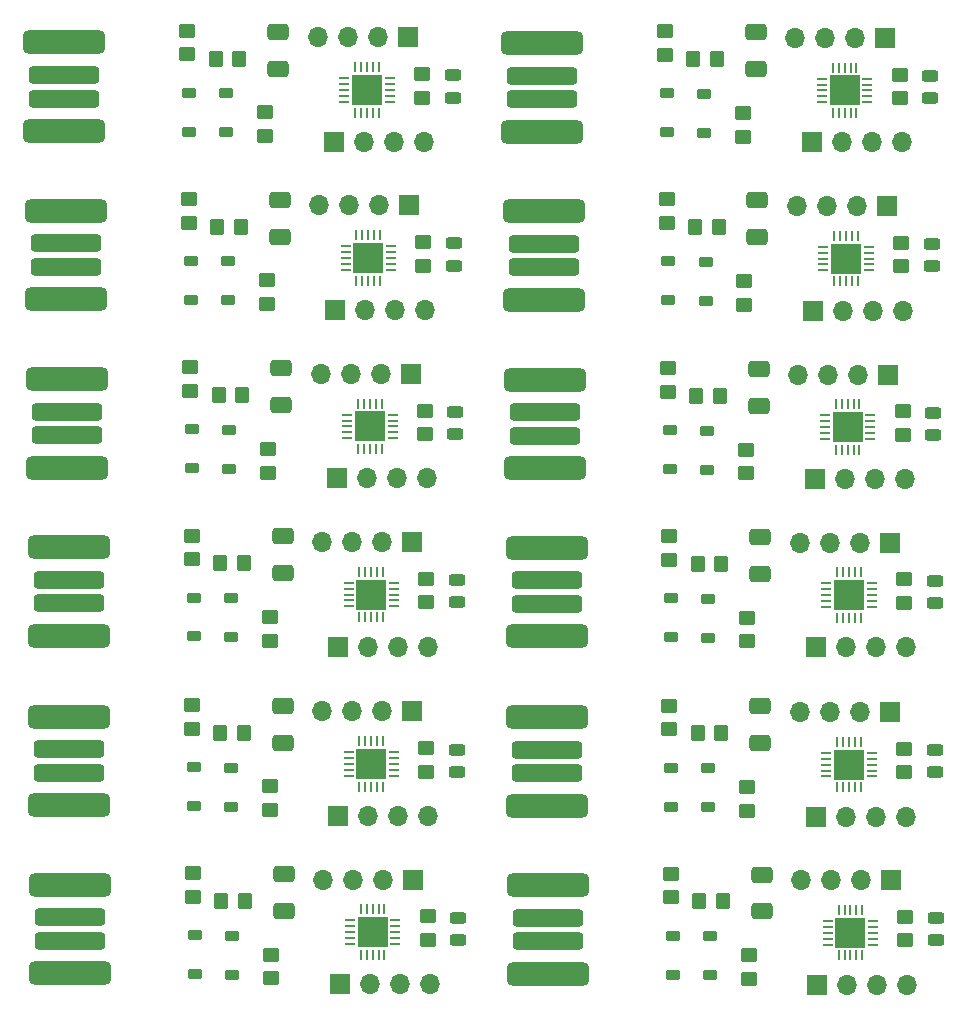
<source format=gbr>
%TF.GenerationSoftware,KiCad,Pcbnew,7.0.1*%
%TF.CreationDate,2023-04-10T19:00:45+03:00*%
%TF.ProjectId,Attiny_USB_panel,41747469-6e79-45f5-9553-425f70616e65,rev?*%
%TF.SameCoordinates,Original*%
%TF.FileFunction,Soldermask,Top*%
%TF.FilePolarity,Negative*%
%FSLAX46Y46*%
G04 Gerber Fmt 4.6, Leading zero omitted, Abs format (unit mm)*
G04 Created by KiCad (PCBNEW 7.0.1) date 2023-04-10 19:00:45*
%MOMM*%
%LPD*%
G01*
G04 APERTURE LIST*
G04 Aperture macros list*
%AMRoundRect*
0 Rectangle with rounded corners*
0 $1 Rounding radius*
0 $2 $3 $4 $5 $6 $7 $8 $9 X,Y pos of 4 corners*
0 Add a 4 corners polygon primitive as box body*
4,1,4,$2,$3,$4,$5,$6,$7,$8,$9,$2,$3,0*
0 Add four circle primitives for the rounded corners*
1,1,$1+$1,$2,$3*
1,1,$1+$1,$4,$5*
1,1,$1+$1,$6,$7*
1,1,$1+$1,$8,$9*
0 Add four rect primitives between the rounded corners*
20,1,$1+$1,$2,$3,$4,$5,0*
20,1,$1+$1,$4,$5,$6,$7,0*
20,1,$1+$1,$6,$7,$8,$9,0*
20,1,$1+$1,$8,$9,$2,$3,0*%
G04 Aperture macros list end*
%ADD10RoundRect,0.250000X0.350000X0.450000X-0.350000X0.450000X-0.350000X-0.450000X0.350000X-0.450000X0*%
%ADD11RoundRect,0.225000X-0.375000X0.225000X-0.375000X-0.225000X0.375000X-0.225000X0.375000X0.225000X0*%
%ADD12R,1.700000X1.700000*%
%ADD13O,1.700000X1.700000*%
%ADD14RoundRect,0.250000X-0.450000X0.350000X-0.450000X-0.350000X0.450000X-0.350000X0.450000X0.350000X0*%
%ADD15RoundRect,0.500000X-3.000000X-0.500000X3.000000X-0.500000X3.000000X0.500000X-3.000000X0.500000X0*%
%ADD16RoundRect,0.375000X-2.625000X-0.375000X2.625000X-0.375000X2.625000X0.375000X-2.625000X0.375000X0*%
%ADD17RoundRect,0.250000X0.450000X-0.350000X0.450000X0.350000X-0.450000X0.350000X-0.450000X-0.350000X0*%
%ADD18RoundRect,0.062500X0.062500X-0.362500X0.062500X0.362500X-0.062500X0.362500X-0.062500X-0.362500X0*%
%ADD19RoundRect,0.062500X0.362500X-0.062500X0.362500X0.062500X-0.362500X0.062500X-0.362500X-0.062500X0*%
%ADD20R,2.600000X2.600000*%
%ADD21RoundRect,0.243750X-0.456250X0.243750X-0.456250X-0.243750X0.456250X-0.243750X0.456250X0.243750X0*%
%ADD22RoundRect,0.250000X-0.650000X0.412500X-0.650000X-0.412500X0.650000X-0.412500X0.650000X0.412500X0*%
G04 APERTURE END LIST*
D10*
%TO.C,R2*%
X133260000Y-46440000D03*
X131260000Y-46440000D03*
%TD*%
D11*
%TO.C,D1*%
X129010000Y-49340000D03*
X129010000Y-52640000D03*
%TD*%
D12*
%TO.C,J1*%
X147510000Y-44640000D03*
D13*
X144970000Y-44640000D03*
X142430000Y-44640000D03*
X139890000Y-44640000D03*
%TD*%
D14*
%TO.C,R4*%
X128860000Y-44090000D03*
X128860000Y-46090000D03*
%TD*%
D15*
%TO.C,U2*%
X159017500Y-59357500D03*
D16*
X159017500Y-62107500D03*
X159017500Y-64107500D03*
D15*
X159017500Y-66857500D03*
%TD*%
D14*
%TO.C,R3*%
X189280000Y-62020000D03*
X189280000Y-64020000D03*
%TD*%
D12*
%TO.C,J2*%
X141260000Y-53490000D03*
D13*
X143800000Y-53490000D03*
X146340000Y-53490000D03*
X148880000Y-53490000D03*
%TD*%
D17*
%TO.C,R1*%
X135460000Y-52990000D03*
X135460000Y-50990000D03*
%TD*%
D18*
%TO.C,U1*%
X183630000Y-65295000D03*
X184130000Y-65295000D03*
X184630000Y-65295000D03*
X185130000Y-65295000D03*
X185630000Y-65295000D03*
D19*
X186555000Y-64370000D03*
X186555000Y-63870000D03*
X186555000Y-63370000D03*
X186555000Y-62870000D03*
X186555000Y-62370000D03*
D18*
X185630000Y-61445000D03*
X185130000Y-61445000D03*
X184630000Y-61445000D03*
X184130000Y-61445000D03*
X183630000Y-61445000D03*
D19*
X182705000Y-62370000D03*
X182705000Y-62870000D03*
X182705000Y-63370000D03*
X182705000Y-63870000D03*
X182705000Y-64370000D03*
D20*
X184630000Y-63370000D03*
%TD*%
D21*
%TO.C,D3*%
X151310000Y-47865000D03*
X151310000Y-49740000D03*
%TD*%
D17*
%TO.C,R1*%
X176030000Y-67270000D03*
X176030000Y-65270000D03*
%TD*%
D15*
%TO.C,U2*%
X158897500Y-45127500D03*
D16*
X158897500Y-47877500D03*
X158897500Y-49877500D03*
D15*
X158897500Y-52627500D03*
%TD*%
D14*
%TO.C,R4*%
X169310000Y-44140000D03*
X169310000Y-46140000D03*
%TD*%
D11*
%TO.C,D1*%
X169580000Y-63620000D03*
X169580000Y-66920000D03*
%TD*%
D14*
%TO.C,R3*%
X189160000Y-47790000D03*
X189160000Y-49790000D03*
%TD*%
D11*
%TO.C,D2*%
X132160000Y-49390000D03*
X132160000Y-52690000D03*
%TD*%
D12*
%TO.C,J2*%
X141380000Y-67720000D03*
D13*
X143920000Y-67720000D03*
X146460000Y-67720000D03*
X149000000Y-67720000D03*
%TD*%
D17*
%TO.C,R1*%
X135580000Y-67220000D03*
X135580000Y-65220000D03*
%TD*%
D10*
%TO.C,R2*%
X133380000Y-60670000D03*
X131380000Y-60670000D03*
%TD*%
D11*
%TO.C,D1*%
X129130000Y-63570000D03*
X129130000Y-66870000D03*
%TD*%
D21*
%TO.C,D3*%
X151430000Y-62095000D03*
X151430000Y-63970000D03*
%TD*%
D18*
%TO.C,U1*%
X143180000Y-65245000D03*
X143680000Y-65245000D03*
X144180000Y-65245000D03*
X144680000Y-65245000D03*
X145180000Y-65245000D03*
D19*
X146105000Y-64320000D03*
X146105000Y-63820000D03*
X146105000Y-63320000D03*
X146105000Y-62820000D03*
X146105000Y-62320000D03*
D18*
X145180000Y-61395000D03*
X144680000Y-61395000D03*
X144180000Y-61395000D03*
X143680000Y-61395000D03*
X143180000Y-61395000D03*
D19*
X142255000Y-62320000D03*
X142255000Y-62820000D03*
X142255000Y-63320000D03*
X142255000Y-63820000D03*
X142255000Y-64320000D03*
D20*
X144180000Y-63320000D03*
%TD*%
D14*
%TO.C,R3*%
X148830000Y-61970000D03*
X148830000Y-63970000D03*
%TD*%
D11*
%TO.C,D2*%
X132280000Y-63620000D03*
X132280000Y-66920000D03*
%TD*%
D12*
%TO.C,J1*%
X147630000Y-58870000D03*
D13*
X145090000Y-58870000D03*
X142550000Y-58870000D03*
X140010000Y-58870000D03*
%TD*%
D14*
%TO.C,R4*%
X128980000Y-58320000D03*
X128980000Y-60320000D03*
%TD*%
D22*
%TO.C,C1*%
X136680000Y-58395000D03*
X136680000Y-61520000D03*
%TD*%
D15*
%TO.C,U2*%
X118567500Y-59307500D03*
D16*
X118567500Y-62057500D03*
X118567500Y-64057500D03*
D15*
X118567500Y-66807500D03*
%TD*%
D22*
%TO.C,C1*%
X177130000Y-58445000D03*
X177130000Y-61570000D03*
%TD*%
D12*
%TO.C,J1*%
X188080000Y-58920000D03*
D13*
X185540000Y-58920000D03*
X183000000Y-58920000D03*
X180460000Y-58920000D03*
%TD*%
D21*
%TO.C,D3*%
X191760000Y-47915000D03*
X191760000Y-49790000D03*
%TD*%
D12*
%TO.C,J2*%
X181710000Y-53540000D03*
D13*
X184250000Y-53540000D03*
X186790000Y-53540000D03*
X189330000Y-53540000D03*
%TD*%
D11*
%TO.C,D1*%
X169460000Y-49390000D03*
X169460000Y-52690000D03*
%TD*%
D18*
%TO.C,U1*%
X183510000Y-51065000D03*
X184010000Y-51065000D03*
X184510000Y-51065000D03*
X185010000Y-51065000D03*
X185510000Y-51065000D03*
D19*
X186435000Y-50140000D03*
X186435000Y-49640000D03*
X186435000Y-49140000D03*
X186435000Y-48640000D03*
X186435000Y-48140000D03*
D18*
X185510000Y-47215000D03*
X185010000Y-47215000D03*
X184510000Y-47215000D03*
X184010000Y-47215000D03*
X183510000Y-47215000D03*
D19*
X182585000Y-48140000D03*
X182585000Y-48640000D03*
X182585000Y-49140000D03*
X182585000Y-49640000D03*
X182585000Y-50140000D03*
D20*
X184510000Y-49140000D03*
%TD*%
D10*
%TO.C,R2*%
X173830000Y-60720000D03*
X171830000Y-60720000D03*
%TD*%
D11*
%TO.C,D2*%
X172730000Y-63670000D03*
X172730000Y-66970000D03*
%TD*%
D12*
%TO.C,J1*%
X187960000Y-44690000D03*
D13*
X185420000Y-44690000D03*
X182880000Y-44690000D03*
X180340000Y-44690000D03*
%TD*%
D11*
%TO.C,D2*%
X172610000Y-49440000D03*
X172610000Y-52740000D03*
%TD*%
D10*
%TO.C,R2*%
X173710000Y-46490000D03*
X171710000Y-46490000D03*
%TD*%
D17*
%TO.C,R1*%
X175910000Y-53040000D03*
X175910000Y-51040000D03*
%TD*%
D22*
%TO.C,C1*%
X136560000Y-44165000D03*
X136560000Y-47290000D03*
%TD*%
D15*
%TO.C,U2*%
X118447500Y-45077500D03*
D16*
X118447500Y-47827500D03*
X118447500Y-49827500D03*
D15*
X118447500Y-52577500D03*
%TD*%
D12*
%TO.C,J2*%
X181830000Y-67770000D03*
D13*
X184370000Y-67770000D03*
X186910000Y-67770000D03*
X189450000Y-67770000D03*
%TD*%
D21*
%TO.C,D3*%
X191880000Y-62145000D03*
X191880000Y-64020000D03*
%TD*%
D14*
%TO.C,R4*%
X169430000Y-58370000D03*
X169430000Y-60370000D03*
%TD*%
D22*
%TO.C,C1*%
X177010000Y-44215000D03*
X177010000Y-47340000D03*
%TD*%
D18*
%TO.C,U1*%
X143060000Y-51015000D03*
X143560000Y-51015000D03*
X144060000Y-51015000D03*
X144560000Y-51015000D03*
X145060000Y-51015000D03*
D19*
X145985000Y-50090000D03*
X145985000Y-49590000D03*
X145985000Y-49090000D03*
X145985000Y-48590000D03*
X145985000Y-48090000D03*
D18*
X145060000Y-47165000D03*
X144560000Y-47165000D03*
X144060000Y-47165000D03*
X143560000Y-47165000D03*
X143060000Y-47165000D03*
D19*
X142135000Y-48090000D03*
X142135000Y-48590000D03*
X142135000Y-49090000D03*
X142135000Y-49590000D03*
X142135000Y-50090000D03*
D20*
X144060000Y-49090000D03*
%TD*%
D14*
%TO.C,R3*%
X148710000Y-47740000D03*
X148710000Y-49740000D03*
%TD*%
D10*
%TO.C,R2*%
X133510000Y-74940000D03*
X131510000Y-74940000D03*
%TD*%
D11*
%TO.C,D1*%
X129260000Y-77840000D03*
X129260000Y-81140000D03*
%TD*%
D12*
%TO.C,J1*%
X147760000Y-73140000D03*
D13*
X145220000Y-73140000D03*
X142680000Y-73140000D03*
X140140000Y-73140000D03*
%TD*%
D14*
%TO.C,R4*%
X129110000Y-72590000D03*
X129110000Y-74590000D03*
%TD*%
D15*
%TO.C,U2*%
X159267500Y-87857500D03*
D16*
X159267500Y-90607500D03*
X159267500Y-92607500D03*
D15*
X159267500Y-95357500D03*
%TD*%
D14*
%TO.C,R3*%
X189530000Y-90520000D03*
X189530000Y-92520000D03*
%TD*%
D12*
%TO.C,J2*%
X141510000Y-81990000D03*
D13*
X144050000Y-81990000D03*
X146590000Y-81990000D03*
X149130000Y-81990000D03*
%TD*%
D17*
%TO.C,R1*%
X135710000Y-81490000D03*
X135710000Y-79490000D03*
%TD*%
D18*
%TO.C,U1*%
X183880000Y-93795000D03*
X184380000Y-93795000D03*
X184880000Y-93795000D03*
X185380000Y-93795000D03*
X185880000Y-93795000D03*
D19*
X186805000Y-92870000D03*
X186805000Y-92370000D03*
X186805000Y-91870000D03*
X186805000Y-91370000D03*
X186805000Y-90870000D03*
D18*
X185880000Y-89945000D03*
X185380000Y-89945000D03*
X184880000Y-89945000D03*
X184380000Y-89945000D03*
X183880000Y-89945000D03*
D19*
X182955000Y-90870000D03*
X182955000Y-91370000D03*
X182955000Y-91870000D03*
X182955000Y-92370000D03*
X182955000Y-92870000D03*
D20*
X184880000Y-91870000D03*
%TD*%
D21*
%TO.C,D3*%
X151560000Y-76365000D03*
X151560000Y-78240000D03*
%TD*%
D17*
%TO.C,R1*%
X176280000Y-95770000D03*
X176280000Y-93770000D03*
%TD*%
D15*
%TO.C,U2*%
X159147500Y-73627500D03*
D16*
X159147500Y-76377500D03*
X159147500Y-78377500D03*
D15*
X159147500Y-81127500D03*
%TD*%
D14*
%TO.C,R4*%
X169560000Y-72640000D03*
X169560000Y-74640000D03*
%TD*%
D11*
%TO.C,D1*%
X169830000Y-92120000D03*
X169830000Y-95420000D03*
%TD*%
D14*
%TO.C,R3*%
X189410000Y-76290000D03*
X189410000Y-78290000D03*
%TD*%
D11*
%TO.C,D2*%
X132410000Y-77890000D03*
X132410000Y-81190000D03*
%TD*%
D12*
%TO.C,J2*%
X141630000Y-96220000D03*
D13*
X144170000Y-96220000D03*
X146710000Y-96220000D03*
X149250000Y-96220000D03*
%TD*%
D17*
%TO.C,R1*%
X135830000Y-95720000D03*
X135830000Y-93720000D03*
%TD*%
D10*
%TO.C,R2*%
X133630000Y-89170000D03*
X131630000Y-89170000D03*
%TD*%
D11*
%TO.C,D1*%
X129380000Y-92070000D03*
X129380000Y-95370000D03*
%TD*%
D21*
%TO.C,D3*%
X151680000Y-90595000D03*
X151680000Y-92470000D03*
%TD*%
D18*
%TO.C,U1*%
X143430000Y-93745000D03*
X143930000Y-93745000D03*
X144430000Y-93745000D03*
X144930000Y-93745000D03*
X145430000Y-93745000D03*
D19*
X146355000Y-92820000D03*
X146355000Y-92320000D03*
X146355000Y-91820000D03*
X146355000Y-91320000D03*
X146355000Y-90820000D03*
D18*
X145430000Y-89895000D03*
X144930000Y-89895000D03*
X144430000Y-89895000D03*
X143930000Y-89895000D03*
X143430000Y-89895000D03*
D19*
X142505000Y-90820000D03*
X142505000Y-91320000D03*
X142505000Y-91820000D03*
X142505000Y-92320000D03*
X142505000Y-92820000D03*
D20*
X144430000Y-91820000D03*
%TD*%
D14*
%TO.C,R3*%
X149080000Y-90470000D03*
X149080000Y-92470000D03*
%TD*%
D11*
%TO.C,D2*%
X132530000Y-92120000D03*
X132530000Y-95420000D03*
%TD*%
D12*
%TO.C,J1*%
X147880000Y-87370000D03*
D13*
X145340000Y-87370000D03*
X142800000Y-87370000D03*
X140260000Y-87370000D03*
%TD*%
D14*
%TO.C,R4*%
X129230000Y-86820000D03*
X129230000Y-88820000D03*
%TD*%
D22*
%TO.C,C1*%
X136930000Y-86895000D03*
X136930000Y-90020000D03*
%TD*%
D15*
%TO.C,U2*%
X118817500Y-87807500D03*
D16*
X118817500Y-90557500D03*
X118817500Y-92557500D03*
D15*
X118817500Y-95307500D03*
%TD*%
D22*
%TO.C,C1*%
X177380000Y-86945000D03*
X177380000Y-90070000D03*
%TD*%
D12*
%TO.C,J1*%
X188330000Y-87420000D03*
D13*
X185790000Y-87420000D03*
X183250000Y-87420000D03*
X180710000Y-87420000D03*
%TD*%
D21*
%TO.C,D3*%
X192010000Y-76415000D03*
X192010000Y-78290000D03*
%TD*%
D12*
%TO.C,J2*%
X181960000Y-82040000D03*
D13*
X184500000Y-82040000D03*
X187040000Y-82040000D03*
X189580000Y-82040000D03*
%TD*%
D11*
%TO.C,D1*%
X169710000Y-77890000D03*
X169710000Y-81190000D03*
%TD*%
D18*
%TO.C,U1*%
X183760000Y-79565000D03*
X184260000Y-79565000D03*
X184760000Y-79565000D03*
X185260000Y-79565000D03*
X185760000Y-79565000D03*
D19*
X186685000Y-78640000D03*
X186685000Y-78140000D03*
X186685000Y-77640000D03*
X186685000Y-77140000D03*
X186685000Y-76640000D03*
D18*
X185760000Y-75715000D03*
X185260000Y-75715000D03*
X184760000Y-75715000D03*
X184260000Y-75715000D03*
X183760000Y-75715000D03*
D19*
X182835000Y-76640000D03*
X182835000Y-77140000D03*
X182835000Y-77640000D03*
X182835000Y-78140000D03*
X182835000Y-78640000D03*
D20*
X184760000Y-77640000D03*
%TD*%
D10*
%TO.C,R2*%
X174080000Y-89220000D03*
X172080000Y-89220000D03*
%TD*%
D11*
%TO.C,D2*%
X172980000Y-92170000D03*
X172980000Y-95470000D03*
%TD*%
D12*
%TO.C,J1*%
X188210000Y-73190000D03*
D13*
X185670000Y-73190000D03*
X183130000Y-73190000D03*
X180590000Y-73190000D03*
%TD*%
D11*
%TO.C,D2*%
X172860000Y-77940000D03*
X172860000Y-81240000D03*
%TD*%
D10*
%TO.C,R2*%
X173960000Y-74990000D03*
X171960000Y-74990000D03*
%TD*%
D17*
%TO.C,R1*%
X176160000Y-81540000D03*
X176160000Y-79540000D03*
%TD*%
D22*
%TO.C,C1*%
X136810000Y-72665000D03*
X136810000Y-75790000D03*
%TD*%
D15*
%TO.C,U2*%
X118697500Y-73577500D03*
D16*
X118697500Y-76327500D03*
X118697500Y-78327500D03*
D15*
X118697500Y-81077500D03*
%TD*%
D12*
%TO.C,J2*%
X182080000Y-96270000D03*
D13*
X184620000Y-96270000D03*
X187160000Y-96270000D03*
X189700000Y-96270000D03*
%TD*%
D21*
%TO.C,D3*%
X192130000Y-90645000D03*
X192130000Y-92520000D03*
%TD*%
D14*
%TO.C,R4*%
X169680000Y-86870000D03*
X169680000Y-88870000D03*
%TD*%
D22*
%TO.C,C1*%
X177260000Y-72715000D03*
X177260000Y-75840000D03*
%TD*%
D18*
%TO.C,U1*%
X143310000Y-79515000D03*
X143810000Y-79515000D03*
X144310000Y-79515000D03*
X144810000Y-79515000D03*
X145310000Y-79515000D03*
D19*
X146235000Y-78590000D03*
X146235000Y-78090000D03*
X146235000Y-77590000D03*
X146235000Y-77090000D03*
X146235000Y-76590000D03*
D18*
X145310000Y-75665000D03*
X144810000Y-75665000D03*
X144310000Y-75665000D03*
X143810000Y-75665000D03*
X143310000Y-75665000D03*
D19*
X142385000Y-76590000D03*
X142385000Y-77090000D03*
X142385000Y-77590000D03*
X142385000Y-78090000D03*
X142385000Y-78590000D03*
D20*
X144310000Y-77590000D03*
%TD*%
D14*
%TO.C,R3*%
X148960000Y-76240000D03*
X148960000Y-78240000D03*
%TD*%
D15*
%TO.C,U2*%
X159267500Y-102207500D03*
D16*
X159267500Y-104957500D03*
X159267500Y-106957500D03*
D15*
X159267500Y-109707500D03*
%TD*%
D14*
%TO.C,R3*%
X189530000Y-104870000D03*
X189530000Y-106870000D03*
%TD*%
D18*
%TO.C,U1*%
X183880000Y-108145000D03*
X184380000Y-108145000D03*
X184880000Y-108145000D03*
X185380000Y-108145000D03*
X185880000Y-108145000D03*
D19*
X186805000Y-107220000D03*
X186805000Y-106720000D03*
X186805000Y-106220000D03*
X186805000Y-105720000D03*
X186805000Y-105220000D03*
D18*
X185880000Y-104295000D03*
X185380000Y-104295000D03*
X184880000Y-104295000D03*
X184380000Y-104295000D03*
X183880000Y-104295000D03*
D19*
X182955000Y-105220000D03*
X182955000Y-105720000D03*
X182955000Y-106220000D03*
X182955000Y-106720000D03*
X182955000Y-107220000D03*
D20*
X184880000Y-106220000D03*
%TD*%
D17*
%TO.C,R1*%
X176280000Y-110120000D03*
X176280000Y-108120000D03*
%TD*%
D11*
%TO.C,D1*%
X169830000Y-106470000D03*
X169830000Y-109770000D03*
%TD*%
D12*
%TO.C,J2*%
X141630000Y-110570000D03*
D13*
X144170000Y-110570000D03*
X146710000Y-110570000D03*
X149250000Y-110570000D03*
%TD*%
D17*
%TO.C,R1*%
X135830000Y-110070000D03*
X135830000Y-108070000D03*
%TD*%
D10*
%TO.C,R2*%
X133630000Y-103520000D03*
X131630000Y-103520000D03*
%TD*%
D11*
%TO.C,D1*%
X129380000Y-106420000D03*
X129380000Y-109720000D03*
%TD*%
D21*
%TO.C,D3*%
X151680000Y-104945000D03*
X151680000Y-106820000D03*
%TD*%
D18*
%TO.C,U1*%
X143430000Y-108095000D03*
X143930000Y-108095000D03*
X144430000Y-108095000D03*
X144930000Y-108095000D03*
X145430000Y-108095000D03*
D19*
X146355000Y-107170000D03*
X146355000Y-106670000D03*
X146355000Y-106170000D03*
X146355000Y-105670000D03*
X146355000Y-105170000D03*
D18*
X145430000Y-104245000D03*
X144930000Y-104245000D03*
X144430000Y-104245000D03*
X143930000Y-104245000D03*
X143430000Y-104245000D03*
D19*
X142505000Y-105170000D03*
X142505000Y-105670000D03*
X142505000Y-106170000D03*
X142505000Y-106670000D03*
X142505000Y-107170000D03*
D20*
X144430000Y-106170000D03*
%TD*%
D14*
%TO.C,R3*%
X149080000Y-104820000D03*
X149080000Y-106820000D03*
%TD*%
D11*
%TO.C,D2*%
X132530000Y-106470000D03*
X132530000Y-109770000D03*
%TD*%
D12*
%TO.C,J1*%
X147880000Y-101720000D03*
D13*
X145340000Y-101720000D03*
X142800000Y-101720000D03*
X140260000Y-101720000D03*
%TD*%
D14*
%TO.C,R4*%
X129230000Y-101170000D03*
X129230000Y-103170000D03*
%TD*%
D22*
%TO.C,C1*%
X136930000Y-101245000D03*
X136930000Y-104370000D03*
%TD*%
D15*
%TO.C,U2*%
X118817500Y-102157500D03*
D16*
X118817500Y-104907500D03*
X118817500Y-106907500D03*
D15*
X118817500Y-109657500D03*
%TD*%
D22*
%TO.C,C1*%
X177380000Y-101295000D03*
X177380000Y-104420000D03*
%TD*%
D12*
%TO.C,J1*%
X188330000Y-101770000D03*
D13*
X185790000Y-101770000D03*
X183250000Y-101770000D03*
X180710000Y-101770000D03*
%TD*%
D10*
%TO.C,R2*%
X174080000Y-103570000D03*
X172080000Y-103570000D03*
%TD*%
D11*
%TO.C,D2*%
X172980000Y-106520000D03*
X172980000Y-109820000D03*
%TD*%
D12*
%TO.C,J2*%
X182080000Y-110620000D03*
D13*
X184620000Y-110620000D03*
X187160000Y-110620000D03*
X189700000Y-110620000D03*
%TD*%
D21*
%TO.C,D3*%
X192130000Y-104995000D03*
X192130000Y-106870000D03*
%TD*%
D14*
%TO.C,R4*%
X169680000Y-101220000D03*
X169680000Y-103220000D03*
%TD*%
D12*
%TO.C,J2*%
X182200000Y-124850000D03*
D13*
X184740000Y-124850000D03*
X187280000Y-124850000D03*
X189820000Y-124850000D03*
%TD*%
D17*
%TO.C,R1*%
X176400000Y-124350000D03*
X176400000Y-122350000D03*
%TD*%
D10*
%TO.C,R2*%
X174200000Y-117800000D03*
X172200000Y-117800000D03*
%TD*%
D11*
%TO.C,D1*%
X169950000Y-120700000D03*
X169950000Y-124000000D03*
%TD*%
D21*
%TO.C,D3*%
X192250000Y-119225000D03*
X192250000Y-121100000D03*
%TD*%
D18*
%TO.C,U1*%
X184000000Y-122375000D03*
X184500000Y-122375000D03*
X185000000Y-122375000D03*
X185500000Y-122375000D03*
X186000000Y-122375000D03*
D19*
X186925000Y-121450000D03*
X186925000Y-120950000D03*
X186925000Y-120450000D03*
X186925000Y-119950000D03*
X186925000Y-119450000D03*
D18*
X186000000Y-118525000D03*
X185500000Y-118525000D03*
X185000000Y-118525000D03*
X184500000Y-118525000D03*
X184000000Y-118525000D03*
D19*
X183075000Y-119450000D03*
X183075000Y-119950000D03*
X183075000Y-120450000D03*
X183075000Y-120950000D03*
X183075000Y-121450000D03*
D20*
X185000000Y-120450000D03*
%TD*%
D14*
%TO.C,R3*%
X189650000Y-119100000D03*
X189650000Y-121100000D03*
%TD*%
D11*
%TO.C,D2*%
X173100000Y-120750000D03*
X173100000Y-124050000D03*
%TD*%
D12*
%TO.C,J1*%
X188450000Y-116000000D03*
D13*
X185910000Y-116000000D03*
X183370000Y-116000000D03*
X180830000Y-116000000D03*
%TD*%
D14*
%TO.C,R4*%
X169800000Y-115450000D03*
X169800000Y-117450000D03*
%TD*%
D22*
%TO.C,C1*%
X177500000Y-115525000D03*
X177500000Y-118650000D03*
%TD*%
D15*
%TO.C,U2*%
X159387500Y-116437500D03*
D16*
X159387500Y-119187500D03*
X159387500Y-121187500D03*
D15*
X159387500Y-123937500D03*
%TD*%
%TO.C,U2*%
X118937500Y-116387500D03*
D16*
X118937500Y-119137500D03*
X118937500Y-121137500D03*
D15*
X118937500Y-123887500D03*
%TD*%
D22*
%TO.C,C1*%
X137050000Y-115475000D03*
X137050000Y-118600000D03*
%TD*%
D14*
%TO.C,R4*%
X129350000Y-115400000D03*
X129350000Y-117400000D03*
%TD*%
D12*
%TO.C,J1*%
X148000000Y-115950000D03*
D13*
X145460000Y-115950000D03*
X142920000Y-115950000D03*
X140380000Y-115950000D03*
%TD*%
D11*
%TO.C,D2*%
X132650000Y-120700000D03*
X132650000Y-124000000D03*
%TD*%
D14*
%TO.C,R3*%
X149200000Y-119050000D03*
X149200000Y-121050000D03*
%TD*%
D18*
%TO.C,U1*%
X143550000Y-122325000D03*
X144050000Y-122325000D03*
X144550000Y-122325000D03*
X145050000Y-122325000D03*
X145550000Y-122325000D03*
D19*
X146475000Y-121400000D03*
X146475000Y-120900000D03*
X146475000Y-120400000D03*
X146475000Y-119900000D03*
X146475000Y-119400000D03*
D18*
X145550000Y-118475000D03*
X145050000Y-118475000D03*
X144550000Y-118475000D03*
X144050000Y-118475000D03*
X143550000Y-118475000D03*
D19*
X142625000Y-119400000D03*
X142625000Y-119900000D03*
X142625000Y-120400000D03*
X142625000Y-120900000D03*
X142625000Y-121400000D03*
D20*
X144550000Y-120400000D03*
%TD*%
D21*
%TO.C,D3*%
X151800000Y-119175000D03*
X151800000Y-121050000D03*
%TD*%
D11*
%TO.C,D1*%
X129500000Y-120650000D03*
X129500000Y-123950000D03*
%TD*%
D10*
%TO.C,R2*%
X133750000Y-117750000D03*
X131750000Y-117750000D03*
%TD*%
D17*
%TO.C,R1*%
X135950000Y-124300000D03*
X135950000Y-122300000D03*
%TD*%
D12*
%TO.C,J2*%
X141750000Y-124800000D03*
D13*
X144290000Y-124800000D03*
X146830000Y-124800000D03*
X149370000Y-124800000D03*
%TD*%
M02*

</source>
